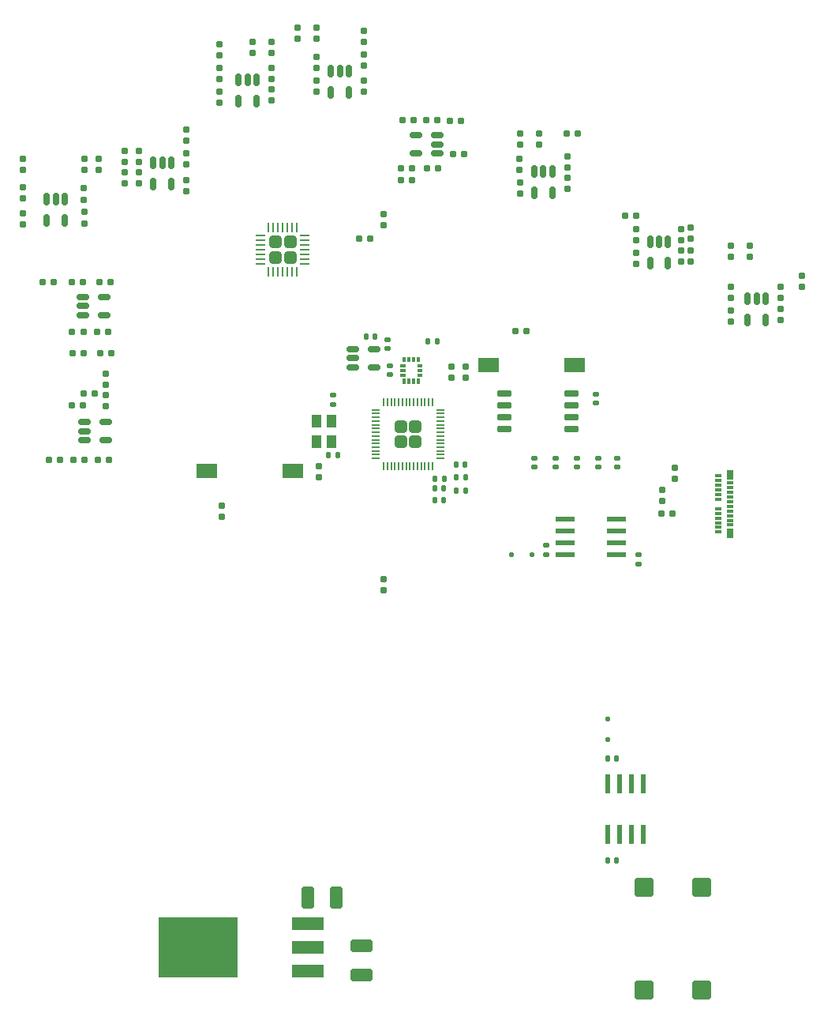
<source format=gtp>
%TF.GenerationSoftware,KiCad,Pcbnew,8.0.6*%
%TF.CreationDate,2024-11-28T00:35:05-08:00*%
%TF.ProjectId,eecsc206a,65656373-6332-4303-9661-2e6b69636164,rev?*%
%TF.SameCoordinates,Original*%
%TF.FileFunction,Paste,Top*%
%TF.FilePolarity,Positive*%
%FSLAX46Y46*%
G04 Gerber Fmt 4.6, Leading zero omitted, Abs format (unit mm)*
G04 Created by KiCad (PCBNEW 8.0.6) date 2024-11-28 00:35:05*
%MOMM*%
%LPD*%
G01*
G04 APERTURE LIST*
G04 Aperture macros list*
%AMRoundRect*
0 Rectangle with rounded corners*
0 $1 Rounding radius*
0 $2 $3 $4 $5 $6 $7 $8 $9 X,Y pos of 4 corners*
0 Add a 4 corners polygon primitive as box body*
4,1,4,$2,$3,$4,$5,$6,$7,$8,$9,$2,$3,0*
0 Add four circle primitives for the rounded corners*
1,1,$1+$1,$2,$3*
1,1,$1+$1,$4,$5*
1,1,$1+$1,$6,$7*
1,1,$1+$1,$8,$9*
0 Add four rect primitives between the rounded corners*
20,1,$1+$1,$2,$3,$4,$5,0*
20,1,$1+$1,$4,$5,$6,$7,0*
20,1,$1+$1,$6,$7,$8,$9,0*
20,1,$1+$1,$8,$9,$2,$3,0*%
G04 Aperture macros list end*
%ADD10C,0.010000*%
%ADD11RoundRect,0.160000X-0.197500X-0.160000X0.197500X-0.160000X0.197500X0.160000X-0.197500X0.160000X0*%
%ADD12RoundRect,0.160000X-0.160000X0.197500X-0.160000X-0.197500X0.160000X-0.197500X0.160000X0.197500X0*%
%ADD13RoundRect,0.160000X0.160000X-0.197500X0.160000X0.197500X-0.160000X0.197500X-0.160000X-0.197500X0*%
%ADD14RoundRect,0.250000X-0.412500X-0.925000X0.412500X-0.925000X0.412500X0.925000X-0.412500X0.925000X0*%
%ADD15RoundRect,0.062500X-0.425000X0.062500X-0.425000X-0.062500X0.425000X-0.062500X0.425000X0.062500X0*%
%ADD16RoundRect,0.062500X-0.062500X0.425000X-0.062500X-0.425000X0.062500X-0.425000X0.062500X0.425000X0*%
%ADD17RoundRect,0.250000X-0.405000X0.405000X-0.405000X-0.405000X0.405000X-0.405000X0.405000X0.405000X0*%
%ADD18RoundRect,0.140000X-0.170000X0.140000X-0.170000X-0.140000X0.170000X-0.140000X0.170000X0.140000X0*%
%ADD19RoundRect,0.150000X-0.512500X-0.150000X0.512500X-0.150000X0.512500X0.150000X-0.512500X0.150000X0*%
%ADD20RoundRect,0.160000X0.197500X0.160000X-0.197500X0.160000X-0.197500X-0.160000X0.197500X-0.160000X0*%
%ADD21R,1.100000X1.400000*%
%ADD22RoundRect,0.140000X-0.140000X-0.170000X0.140000X-0.170000X0.140000X0.170000X-0.140000X0.170000X0*%
%ADD23RoundRect,0.150000X-0.150000X0.512500X-0.150000X-0.512500X0.150000X-0.512500X0.150000X0.512500X0*%
%ADD24RoundRect,0.150000X0.512500X0.150000X-0.512500X0.150000X-0.512500X-0.150000X0.512500X-0.150000X0*%
%ADD25RoundRect,0.140000X0.140000X0.170000X-0.140000X0.170000X-0.140000X-0.170000X0.140000X-0.170000X0*%
%ADD26RoundRect,0.150000X-0.650000X-0.150000X0.650000X-0.150000X0.650000X0.150000X-0.650000X0.150000X0*%
%ADD27RoundRect,0.250000X0.750000X-0.750000X0.750000X0.750000X-0.750000X0.750000X-0.750000X-0.750000X0*%
%ADD28R,2.000000X0.600000*%
%ADD29RoundRect,0.140000X0.170000X-0.140000X0.170000X0.140000X-0.170000X0.140000X-0.170000X-0.140000X0*%
%ADD30RoundRect,0.050000X-0.387500X0.050000X-0.387500X-0.050000X0.387500X-0.050000X0.387500X0.050000X0*%
%ADD31RoundRect,0.050000X-0.050000X0.387500X-0.050000X-0.387500X0.050000X-0.387500X0.050000X0.387500X0*%
%ADD32RoundRect,0.249999X-0.395001X0.395001X-0.395001X-0.395001X0.395001X-0.395001X0.395001X0.395001X0*%
%ADD33RoundRect,0.125000X-0.125000X0.125000X-0.125000X-0.125000X0.125000X-0.125000X0.125000X0.125000X0*%
%ADD34R,2.180000X1.600000*%
%ADD35RoundRect,0.125000X-0.125000X-0.125000X0.125000X-0.125000X0.125000X0.125000X-0.125000X0.125000X0*%
%ADD36R,8.458200X6.553200*%
%ADD37R,3.505200X1.397000*%
%ADD38RoundRect,0.250000X0.925000X-0.412500X0.925000X0.412500X-0.925000X0.412500X-0.925000X-0.412500X0*%
%ADD39R,0.600000X2.000000*%
%ADD40R,0.700000X1.000000*%
%ADD41R,0.700000X0.300000*%
G04 APERTURE END LIST*
D10*
%TO.C,MT1*%
X156331500Y-84947000D02*
X155881500Y-84947000D01*
X155881500Y-84709000D01*
X156331500Y-84709000D01*
X156331500Y-84947000D01*
G36*
X156331500Y-84947000D02*
G01*
X155881500Y-84947000D01*
X155881500Y-84709000D01*
X156331500Y-84709000D01*
X156331500Y-84947000D01*
G37*
X156331500Y-84447000D02*
X155881500Y-84447000D01*
X155881500Y-84209000D01*
X156331500Y-84209000D01*
X156331500Y-84447000D01*
G36*
X156331500Y-84447000D02*
G01*
X155881500Y-84447000D01*
X155881500Y-84209000D01*
X156331500Y-84209000D01*
X156331500Y-84447000D01*
G37*
X156331500Y-83947000D02*
X155881500Y-83947000D01*
X155881500Y-83709000D01*
X156331500Y-83709000D01*
X156331500Y-83947000D01*
G36*
X156331500Y-83947000D02*
G01*
X155881500Y-83947000D01*
X155881500Y-83709000D01*
X156331500Y-83709000D01*
X156331500Y-83947000D01*
G37*
X156063000Y-85715500D02*
X155825000Y-85715500D01*
X155825000Y-85265500D01*
X156063000Y-85265500D01*
X156063000Y-85715500D01*
G36*
X156063000Y-85715500D02*
G01*
X155825000Y-85715500D01*
X155825000Y-85265500D01*
X156063000Y-85265500D01*
X156063000Y-85715500D01*
G37*
X156063000Y-83390500D02*
X155825000Y-83390500D01*
X155825000Y-82940500D01*
X156063000Y-82940500D01*
X156063000Y-83390500D01*
G36*
X156063000Y-83390500D02*
G01*
X155825000Y-83390500D01*
X155825000Y-82940500D01*
X156063000Y-82940500D01*
X156063000Y-83390500D01*
G37*
X155563000Y-85715500D02*
X155325000Y-85715500D01*
X155325000Y-85265500D01*
X155563000Y-85265500D01*
X155563000Y-85715500D01*
G36*
X155563000Y-85715500D02*
G01*
X155325000Y-85715500D01*
X155325000Y-85265500D01*
X155563000Y-85265500D01*
X155563000Y-85715500D01*
G37*
X155563000Y-83390500D02*
X155325000Y-83390500D01*
X155325000Y-82940500D01*
X155563000Y-82940500D01*
X155563000Y-83390500D01*
G36*
X155563000Y-83390500D02*
G01*
X155325000Y-83390500D01*
X155325000Y-82940500D01*
X155563000Y-82940500D01*
X155563000Y-83390500D01*
G37*
X155063000Y-85715500D02*
X154825000Y-85715500D01*
X154825000Y-85265500D01*
X155063000Y-85265500D01*
X155063000Y-85715500D01*
G36*
X155063000Y-85715500D02*
G01*
X154825000Y-85715500D01*
X154825000Y-85265500D01*
X155063000Y-85265500D01*
X155063000Y-85715500D01*
G37*
X155063000Y-83390500D02*
X154825000Y-83390500D01*
X154825000Y-82940500D01*
X155063000Y-82940500D01*
X155063000Y-83390500D01*
G36*
X155063000Y-83390500D02*
G01*
X154825000Y-83390500D01*
X154825000Y-82940500D01*
X155063000Y-82940500D01*
X155063000Y-83390500D01*
G37*
X154563000Y-85715500D02*
X154325000Y-85715500D01*
X154325000Y-85265500D01*
X154563000Y-85265500D01*
X154563000Y-85715500D01*
G36*
X154563000Y-85715500D02*
G01*
X154325000Y-85715500D01*
X154325000Y-85265500D01*
X154563000Y-85265500D01*
X154563000Y-85715500D01*
G37*
X154563000Y-83390500D02*
X154325000Y-83390500D01*
X154325000Y-82940500D01*
X154563000Y-82940500D01*
X154563000Y-83390500D01*
G36*
X154563000Y-83390500D02*
G01*
X154325000Y-83390500D01*
X154325000Y-82940500D01*
X154563000Y-82940500D01*
X154563000Y-83390500D01*
G37*
X154506500Y-84947000D02*
X154056500Y-84947000D01*
X154056500Y-84709000D01*
X154506500Y-84709000D01*
X154506500Y-84947000D01*
G36*
X154506500Y-84947000D02*
G01*
X154056500Y-84947000D01*
X154056500Y-84709000D01*
X154506500Y-84709000D01*
X154506500Y-84947000D01*
G37*
X154506500Y-84447000D02*
X154056500Y-84447000D01*
X154056500Y-84209000D01*
X154506500Y-84209000D01*
X154506500Y-84447000D01*
G36*
X154506500Y-84447000D02*
G01*
X154056500Y-84447000D01*
X154056500Y-84209000D01*
X154506500Y-84209000D01*
X154506500Y-84447000D01*
G37*
X154506500Y-83947000D02*
X154056500Y-83947000D01*
X154056500Y-83709000D01*
X154506500Y-83709000D01*
X154506500Y-83947000D01*
G36*
X154506500Y-83947000D02*
G01*
X154056500Y-83947000D01*
X154056500Y-83709000D01*
X154506500Y-83709000D01*
X154506500Y-83947000D01*
G37*
%TD*%
D11*
%TO.C,R59*%
X122682000Y-80264000D03*
X121487000Y-80264000D03*
%TD*%
D12*
%TO.C,R67*%
X120052500Y-66054500D03*
X120052500Y-64859500D03*
%TD*%
D13*
%TO.C,R25*%
X143044000Y-47662500D03*
X143044000Y-48857500D03*
%TD*%
D12*
%TO.C,R52*%
X125984000Y-64351500D03*
X125984000Y-63156500D03*
%TD*%
%TO.C,R10*%
X134874000Y-100076000D03*
X134874000Y-98881000D03*
%TD*%
D13*
%TO.C,R2*%
X182118000Y-97192500D03*
X182118000Y-98387500D03*
%TD*%
D12*
%TO.C,R45*%
X150114000Y-54535000D03*
X150114000Y-53340000D03*
%TD*%
%TO.C,R72*%
X140208000Y-55439500D03*
X140208000Y-54244500D03*
%TD*%
D11*
%TO.C,R21*%
X173063500Y-59003000D03*
X171868500Y-59003000D03*
%TD*%
D14*
%TO.C,C5*%
X147206500Y-140843000D03*
X144131500Y-140843000D03*
%TD*%
D11*
%TO.C,R58*%
X122936000Y-74930000D03*
X121741000Y-74930000D03*
%TD*%
D12*
%TO.C,R44*%
X145034000Y-51995000D03*
X145034000Y-50800000D03*
%TD*%
D13*
%TO.C,R63*%
X138218000Y-49164500D03*
X138218000Y-50359500D03*
%TD*%
D11*
%TO.C,R81*%
X122771500Y-93980000D03*
X121576500Y-93980000D03*
%TD*%
D12*
%TO.C,R24*%
X171958000Y-64934500D03*
X171958000Y-63739500D03*
%TD*%
D13*
%TO.C,R62*%
X120142000Y-61722000D03*
X120142000Y-62917000D03*
%TD*%
D11*
%TO.C,R33*%
X158077500Y-62738000D03*
X156882500Y-62738000D03*
%TD*%
D15*
%TO.C,U6*%
X143792500Y-69922000D03*
X143792500Y-70422000D03*
X143792500Y-70922000D03*
X143792500Y-71422000D03*
X143792500Y-71922000D03*
X143792500Y-72422000D03*
X143792500Y-72922000D03*
D16*
X142930000Y-73784500D03*
X142430000Y-73784500D03*
X141930000Y-73784500D03*
X141430000Y-73784500D03*
X140930000Y-73784500D03*
X140430000Y-73784500D03*
X139930000Y-73784500D03*
D15*
X139067500Y-72922000D03*
X139067500Y-72422000D03*
X139067500Y-71922000D03*
X139067500Y-71422000D03*
X139067500Y-70922000D03*
X139067500Y-70422000D03*
X139067500Y-69922000D03*
D16*
X139930000Y-69059500D03*
X140430000Y-69059500D03*
X140930000Y-69059500D03*
X141430000Y-69059500D03*
X141930000Y-69059500D03*
X142430000Y-69059500D03*
X142930000Y-69059500D03*
D17*
X140620000Y-72232000D03*
X142240000Y-72232000D03*
X140620000Y-70612000D03*
X142240000Y-70612000D03*
%TD*%
D18*
%TO.C,C18*%
X175006000Y-87856000D03*
X175006000Y-86896000D03*
%TD*%
D11*
%TO.C,R8*%
X150801000Y-70231000D03*
X149606000Y-70231000D03*
%TD*%
D19*
%TO.C,U11*%
X122428000Y-89916000D03*
X122428000Y-91816000D03*
X120153000Y-91816000D03*
X120153000Y-90866000D03*
X120153000Y-89916000D03*
%TD*%
%TO.C,U5*%
X151251500Y-82108000D03*
X151251500Y-84008000D03*
X148976500Y-84008000D03*
X148976500Y-83058000D03*
X148976500Y-82108000D03*
%TD*%
D20*
%TO.C,R53*%
X118872000Y-82550000D03*
X120067000Y-82550000D03*
%TD*%
D13*
%TO.C,R26*%
X145034000Y-47662500D03*
X145034000Y-48857500D03*
%TD*%
D12*
%TO.C,R43*%
X150114000Y-51741000D03*
X150114000Y-50546000D03*
%TD*%
%TO.C,R71*%
X134620000Y-53153500D03*
X134620000Y-51958500D03*
%TD*%
D13*
%TO.C,R65*%
X113538000Y-61722000D03*
X113538000Y-62917000D03*
%TD*%
%TO.C,R6*%
X159512000Y-83984500D03*
X159512000Y-85179500D03*
%TD*%
D12*
%TO.C,R51*%
X131064000Y-65203000D03*
X131064000Y-64008000D03*
%TD*%
D20*
%TO.C,R35*%
X156793000Y-57526000D03*
X157988000Y-57526000D03*
%TD*%
%TO.C,R9*%
X166407500Y-80137000D03*
X167602500Y-80137000D03*
%TD*%
D21*
%TO.C,X1*%
X146634002Y-89832000D03*
X146634002Y-92032000D03*
X145034000Y-92032000D03*
X145034000Y-89832000D03*
%TD*%
D22*
%TO.C,C8*%
X158722000Y-98298000D03*
X157762000Y-98298000D03*
%TD*%
D13*
%TO.C,R7*%
X152273000Y-67601500D03*
X152273000Y-68796500D03*
%TD*%
%TO.C,R30*%
X185166000Y-69088000D03*
X185166000Y-70283000D03*
%TD*%
D12*
%TO.C,R73*%
X113538000Y-68759000D03*
X113538000Y-67564000D03*
%TD*%
D13*
%TO.C,R38*%
X184150000Y-69252500D03*
X184150000Y-70447500D03*
%TD*%
D11*
%TO.C,R79*%
X120142000Y-93980000D03*
X118947000Y-93980000D03*
%TD*%
D20*
%TO.C,R1*%
X182028500Y-99695000D03*
X183223500Y-99695000D03*
%TD*%
D12*
%TO.C,R4*%
X145288000Y-95847500D03*
X145288000Y-94652500D03*
%TD*%
D22*
%TO.C,C15*%
X161036000Y-97282000D03*
X160076000Y-97282000D03*
%TD*%
D20*
%TO.C,R27*%
X154088500Y-62738000D03*
X155283500Y-62738000D03*
%TD*%
D23*
%TO.C,U14*%
X138618000Y-55471500D03*
X136718000Y-55471500D03*
X136718000Y-53196500D03*
X137668000Y-53196500D03*
X138618000Y-53196500D03*
%TD*%
D12*
%TO.C,R18*%
X189484000Y-79158500D03*
X189484000Y-77963500D03*
%TD*%
D11*
%TO.C,R56*%
X119977500Y-74930000D03*
X118782500Y-74930000D03*
%TD*%
D13*
%TO.C,R34*%
X184150000Y-71538500D03*
X184150000Y-72733500D03*
%TD*%
D24*
%TO.C,U12*%
X155702000Y-61082000D03*
X155702000Y-59182000D03*
X157977000Y-59182000D03*
X157977000Y-60132000D03*
X157977000Y-61082000D03*
%TD*%
D25*
%TO.C,C22*%
X150396000Y-80772000D03*
X151356000Y-80772000D03*
%TD*%
D12*
%TO.C,R74*%
X134620000Y-55715500D03*
X134620000Y-54520500D03*
%TD*%
D11*
%TO.C,R31*%
X160528000Y-57658000D03*
X159333000Y-57658000D03*
%TD*%
D26*
%TO.C,U4*%
X172383000Y-86868000D03*
X172383000Y-88138000D03*
X172383000Y-89408000D03*
X172383000Y-90678000D03*
X165183000Y-90678000D03*
X165183000Y-89408000D03*
X165183000Y-88138000D03*
X165183000Y-86868000D03*
%TD*%
D22*
%TO.C,C14*%
X158750000Y-96012000D03*
X157790000Y-96012000D03*
%TD*%
D13*
%TO.C,R3*%
X183515000Y-94779500D03*
X183515000Y-95974500D03*
%TD*%
D20*
%TO.C,R80*%
X118782500Y-88138000D03*
X119977500Y-88138000D03*
%TD*%
D27*
%TO.C,J2*%
X180214000Y-139788000D03*
X186364000Y-139788000D03*
X186364000Y-150788000D03*
X180214000Y-150788000D03*
%TD*%
D12*
%TO.C,R70*%
X120142000Y-68594500D03*
X120142000Y-67399500D03*
%TD*%
D28*
%TO.C,U7*%
X171773000Y-104140000D03*
X171773000Y-102870000D03*
X171773000Y-101600000D03*
X171773000Y-100330000D03*
X177223000Y-100330000D03*
X177223000Y-101600000D03*
X177223000Y-102870000D03*
X177223000Y-104140000D03*
%TD*%
D20*
%TO.C,R32*%
X178129000Y-67818000D03*
X179324000Y-67818000D03*
%TD*%
D12*
%TO.C,R15*%
X194818000Y-78994000D03*
X194818000Y-77799000D03*
%TD*%
D23*
%TO.C,U16*%
X193228000Y-78936500D03*
X191328000Y-78936500D03*
X191328000Y-76661500D03*
X192278000Y-76661500D03*
X193228000Y-76661500D03*
%TD*%
D29*
%TO.C,C12*%
X175260000Y-93754000D03*
X175260000Y-94714000D03*
%TD*%
D22*
%TO.C,C7*%
X158722000Y-97028000D03*
X157762000Y-97028000D03*
%TD*%
D11*
%TO.C,R36*%
X160871500Y-61214000D03*
X159676500Y-61214000D03*
%TD*%
D22*
%TO.C,C6*%
X177264000Y-125984000D03*
X176304000Y-125984000D03*
%TD*%
D12*
%TO.C,R61*%
X166920000Y-65442500D03*
X166920000Y-64247500D03*
%TD*%
D30*
%TO.C,U3*%
X158323500Y-88594500D03*
X158323500Y-88994500D03*
X158323500Y-89394500D03*
X158323500Y-89794500D03*
X158323500Y-90194500D03*
X158323500Y-90594500D03*
X158323500Y-90994500D03*
X158323500Y-91394500D03*
X158323500Y-91794500D03*
X158323500Y-92194500D03*
X158323500Y-92594500D03*
X158323500Y-92994500D03*
X158323500Y-93394500D03*
X158323500Y-93794500D03*
D31*
X157486000Y-94632000D03*
X157086000Y-94632000D03*
X156686000Y-94632000D03*
X156286000Y-94632000D03*
X155886000Y-94632000D03*
X155486000Y-94632000D03*
X155086000Y-94632000D03*
X154686000Y-94632000D03*
X154286000Y-94632000D03*
X153886000Y-94632000D03*
X153486000Y-94632000D03*
X153086000Y-94632000D03*
X152686000Y-94632000D03*
X152286000Y-94632000D03*
D30*
X151448500Y-93794500D03*
X151448500Y-93394500D03*
X151448500Y-92994500D03*
X151448500Y-92594500D03*
X151448500Y-92194500D03*
X151448500Y-91794500D03*
X151448500Y-91394500D03*
X151448500Y-90994500D03*
X151448500Y-90594500D03*
X151448500Y-90194500D03*
X151448500Y-89794500D03*
X151448500Y-89394500D03*
X151448500Y-88994500D03*
X151448500Y-88594500D03*
D31*
X152286000Y-87757000D03*
X152686000Y-87757000D03*
X153086000Y-87757000D03*
X153486000Y-87757000D03*
X153886000Y-87757000D03*
X154286000Y-87757000D03*
X154686000Y-87757000D03*
X155086000Y-87757000D03*
X155486000Y-87757000D03*
X155886000Y-87757000D03*
X156286000Y-87757000D03*
X156686000Y-87757000D03*
X157086000Y-87757000D03*
X157486000Y-87757000D03*
D32*
X154086000Y-91994500D03*
X155686000Y-91994500D03*
X154086000Y-90394500D03*
X155686000Y-90394500D03*
%TD*%
D13*
%TO.C,R66*%
X134620000Y-49418500D03*
X134620000Y-50613500D03*
%TD*%
D23*
%TO.C,U13*%
X118044000Y-68283000D03*
X116144000Y-68283000D03*
X116144000Y-66008000D03*
X117094000Y-66008000D03*
X118044000Y-66008000D03*
%TD*%
D12*
%TO.C,R68*%
X140208000Y-53153500D03*
X140208000Y-51958500D03*
%TD*%
D18*
%TO.C,C1*%
X179578000Y-105100000D03*
X179578000Y-104140000D03*
%TD*%
D13*
%TO.C,R48*%
X131064000Y-58584500D03*
X131064000Y-59779500D03*
%TD*%
D12*
%TO.C,R11*%
X152273000Y-107950000D03*
X152273000Y-106755000D03*
%TD*%
%TO.C,R22*%
X171958000Y-62648500D03*
X171958000Y-61453500D03*
%TD*%
D23*
%TO.C,U10*%
X182748000Y-72898000D03*
X180848000Y-72898000D03*
X180848000Y-70623000D03*
X181798000Y-70623000D03*
X182748000Y-70623000D03*
%TD*%
D20*
%TO.C,R28*%
X154088500Y-64008000D03*
X155283500Y-64008000D03*
%TD*%
D12*
%TO.C,R16*%
X194818000Y-76618500D03*
X194818000Y-75423500D03*
%TD*%
D23*
%TO.C,U8*%
X170344000Y-65342000D03*
X168444000Y-65342000D03*
X168444000Y-63067000D03*
X169394000Y-63067000D03*
X170344000Y-63067000D03*
%TD*%
D13*
%TO.C,R13*%
X191516000Y-71030500D03*
X191516000Y-72225500D03*
%TD*%
D29*
%TO.C,C9*%
X168402000Y-93782000D03*
X168402000Y-94742000D03*
%TD*%
D12*
%TO.C,R60*%
X145034000Y-54535000D03*
X145034000Y-53340000D03*
%TD*%
D22*
%TO.C,C16*%
X161036000Y-95820000D03*
X160076000Y-95820000D03*
%TD*%
D12*
%TO.C,R29*%
X185166000Y-72733500D03*
X185166000Y-71538500D03*
%TD*%
D13*
%TO.C,R46*%
X124460000Y-60870500D03*
X124460000Y-62065500D03*
%TD*%
D29*
%TO.C,C10*%
X170688000Y-93782000D03*
X170688000Y-94742000D03*
%TD*%
D33*
%TO.C,D2*%
X176276000Y-123952000D03*
X176276000Y-121752000D03*
%TD*%
D20*
%TO.C,R55*%
X115645000Y-74930000D03*
X116840000Y-74930000D03*
%TD*%
D12*
%TO.C,R37*%
X179324000Y-70447500D03*
X179324000Y-69252500D03*
%TD*%
%TO.C,R40*%
X179324000Y-72987500D03*
X179324000Y-71792500D03*
%TD*%
%TO.C,R76*%
X122428000Y-88227500D03*
X122428000Y-87032500D03*
%TD*%
%TO.C,R47*%
X124460000Y-64351500D03*
X124460000Y-63156500D03*
%TD*%
D20*
%TO.C,R39*%
X154253000Y-57526000D03*
X155448000Y-57526000D03*
%TD*%
D34*
%TO.C,SW2*%
X133332000Y-95123000D03*
X142512000Y-95123000D03*
%TD*%
D13*
%TO.C,R41*%
X121666000Y-61722000D03*
X121666000Y-62917000D03*
%TD*%
D19*
%TO.C,U17*%
X122295500Y-76520000D03*
X122295500Y-78420000D03*
X120020500Y-78420000D03*
X120020500Y-77470000D03*
X120020500Y-76520000D03*
%TD*%
D11*
%TO.C,R54*%
X123025500Y-82550000D03*
X121830500Y-82550000D03*
%TD*%
D35*
%TO.C,D1*%
X168148000Y-104140000D03*
X165948000Y-104140000D03*
%TD*%
D22*
%TO.C,C2*%
X177264000Y-136906000D03*
X176304000Y-136906000D03*
%TD*%
D29*
%TO.C,C3*%
X169672000Y-103124000D03*
X169672000Y-104084000D03*
%TD*%
%TO.C,C11*%
X172974000Y-93782000D03*
X172974000Y-94742000D03*
%TD*%
D13*
%TO.C,R50*%
X125984000Y-60870500D03*
X125984000Y-62065500D03*
%TD*%
D23*
%TO.C,U9*%
X148524000Y-54567000D03*
X146624000Y-54567000D03*
X146624000Y-52292000D03*
X147574000Y-52292000D03*
X148524000Y-52292000D03*
%TD*%
D36*
%TO.C,U2*%
X132372100Y-146177000D03*
D37*
X144170400Y-143637000D03*
X144170400Y-146177000D03*
X144170400Y-148717000D03*
%TD*%
D12*
%TO.C,R5*%
X161036000Y-85179500D03*
X161036000Y-83984500D03*
%TD*%
D22*
%TO.C,C17*%
X161008000Y-94488000D03*
X160048000Y-94488000D03*
%TD*%
D20*
%TO.C,R78*%
X120052500Y-86868000D03*
X121247500Y-86868000D03*
%TD*%
D29*
%TO.C,C13*%
X177292000Y-93782000D03*
X177292000Y-94742000D03*
%TD*%
%TO.C,C19*%
X146812000Y-87023000D03*
X146812000Y-87983000D03*
%TD*%
D13*
%TO.C,R20*%
X168910000Y-59003000D03*
X168910000Y-60198000D03*
%TD*%
D23*
%TO.C,U15*%
X129474000Y-64383500D03*
X127574000Y-64383500D03*
X127574000Y-62108500D03*
X128524000Y-62108500D03*
X129474000Y-62108500D03*
%TD*%
D25*
%TO.C,C20*%
X146360000Y-93472000D03*
X147320000Y-93472000D03*
%TD*%
D13*
%TO.C,R19*%
X166920000Y-59003000D03*
X166920000Y-60198000D03*
%TD*%
D34*
%TO.C,SW1*%
X172738000Y-83820000D03*
X163558000Y-83820000D03*
%TD*%
D29*
%TO.C,C24*%
X152908000Y-83848000D03*
X152908000Y-84808000D03*
%TD*%
D38*
%TO.C,C4*%
X149860000Y-146036500D03*
X149860000Y-149111500D03*
%TD*%
D12*
%TO.C,R49*%
X131064000Y-62319500D03*
X131064000Y-61124500D03*
%TD*%
D11*
%TO.C,R57*%
X120052500Y-80264000D03*
X118857500Y-80264000D03*
%TD*%
D13*
%TO.C,R64*%
X140208000Y-49164500D03*
X140208000Y-50359500D03*
%TD*%
D20*
%TO.C,R77*%
X116332000Y-93980000D03*
X117527000Y-93980000D03*
%TD*%
D12*
%TO.C,R69*%
X113538000Y-65965000D03*
X113538000Y-64770000D03*
%TD*%
D13*
%TO.C,R12*%
X189526000Y-71030500D03*
X189526000Y-72225500D03*
%TD*%
%TO.C,R75*%
X122428000Y-84746500D03*
X122428000Y-85941500D03*
%TD*%
D12*
%TO.C,R17*%
X189484000Y-76618500D03*
X189484000Y-75423500D03*
%TD*%
D29*
%TO.C,C23*%
X152654000Y-81082000D03*
X152654000Y-82042000D03*
%TD*%
D13*
%TO.C,R42*%
X150114000Y-48006000D03*
X150114000Y-49201000D03*
%TD*%
D39*
%TO.C,U1*%
X176276000Y-128662000D03*
X177546000Y-128662000D03*
X178816000Y-128662000D03*
X180086000Y-128662000D03*
X180086000Y-134112000D03*
X178816000Y-134112000D03*
X177546000Y-134112000D03*
X176276000Y-134112000D03*
%TD*%
D12*
%TO.C,R23*%
X166862000Y-62902500D03*
X166862000Y-61707500D03*
%TD*%
D40*
%TO.C,P1*%
X189459000Y-101781000D03*
D41*
X189459000Y-100931000D03*
X189459000Y-100431000D03*
X189459000Y-99931000D03*
X189459000Y-99431000D03*
X189459000Y-98931000D03*
X189459000Y-98431000D03*
X189459000Y-97931000D03*
X189459000Y-97431000D03*
X189459000Y-96931000D03*
X189459000Y-96431000D03*
D40*
X189459000Y-95581000D03*
D41*
X188159000Y-95681000D03*
X188159000Y-96181000D03*
X188159000Y-96681000D03*
X188159000Y-97181000D03*
X188159000Y-97681000D03*
X188159000Y-98181000D03*
X188159000Y-99181000D03*
X188159000Y-99681000D03*
X188159000Y-100181000D03*
X188159000Y-100681000D03*
X188159000Y-101181000D03*
X188159000Y-101681000D03*
%TD*%
D13*
%TO.C,R14*%
X197104000Y-74243000D03*
X197104000Y-75438000D03*
%TD*%
D22*
%TO.C,C21*%
X157988000Y-81280000D03*
X157028000Y-81280000D03*
%TD*%
M02*

</source>
